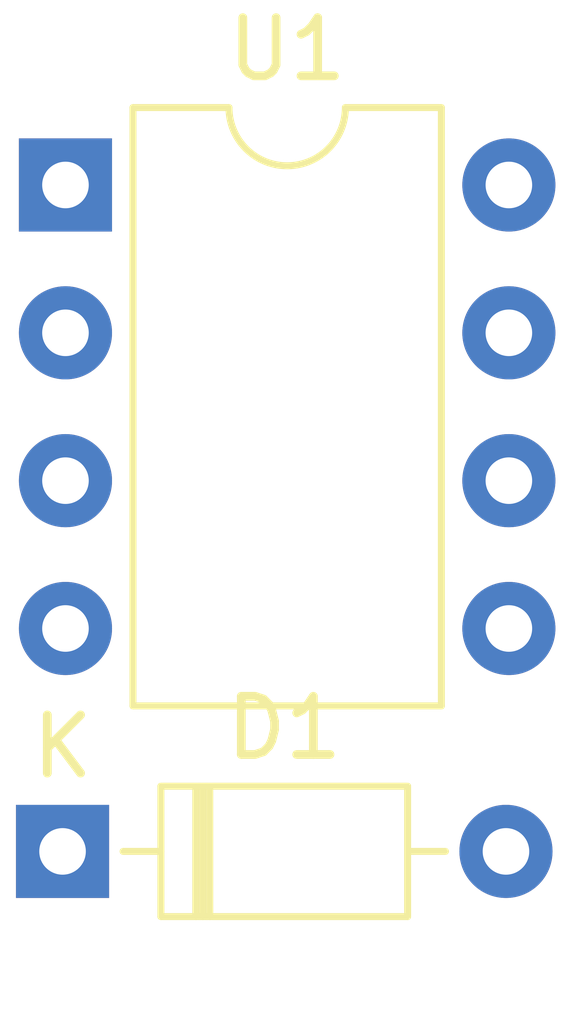
<source format=kicad_pcb>
(kicad_pcb (version 20221018) (generator pcbnew)
  (layers (0 "F.Cu" signal) (31 "B.Cu" signal) (34 "B.Paste" user) (35 "F.Paste" user) (36 "B.SilkS" user "B.Silkscreen") (37 "F.SilkS" user "F.Silkscreen") (38 "B.Mask" user) (39 "F.Mask" user) (44 "Edge.Cuts" user))
  (net 0 "")
  (net 1 "Net-(D1-K)")
  (net 2 "clck")
  (net 3 "GND")
  (net 4 "Net-(Q1-D)")
  (net 5 "vcc")
  (net 6 "Net-(U1-CV)")
  (net 7 "Net-(Q1-S)")
  (footprint "Diode_THT:D_DO-35_SOD27_P7.62mm_Horizontal" (layer "F.Cu") (at 88.9 68.58)
    (fp_text reference "D1" (at 3.81 -2.12) (layer "F.SilkS"))
    (fp_text value "1N4148")
    (fp_text user "K" (at 0 -1.8) (layer "F.SilkS"))
    (fp_line (start 1.04 0) (end 1.69 0) (stroke (width 0.12)) (layer "F.SilkS"))
    (fp_line (start 1.69 -1.12) (end 1.69 1.12) (stroke (width 0.12)) (layer "F.SilkS"))
    (fp_line (start 1.69 1.12) (end 5.93 1.12) (stroke (width 0.12)) (layer "F.SilkS"))
    (fp_line (start 2.29 -1.12) (end 2.29 1.12) (stroke (width 0.12)) (layer "F.SilkS"))
    (fp_line (start 2.41 -1.12) (end 2.41 1.12) (stroke (width 0.12)) (layer "F.SilkS"))
    (fp_line (start 2.53 -1.12) (end 2.53 1.12) (stroke (width 0.12)) (layer "F.SilkS"))
    (fp_line (start 5.93 -1.12) (end 1.69 -1.12) (stroke (width 0.12)) (layer "F.SilkS"))
    (fp_line (start 5.93 1.12) (end 5.93 -1.12) (stroke (width 0.12)) (layer "F.SilkS"))
    (fp_line (start 6.58 0) (end 5.93 0) (stroke (width 0.12)) (layer "F.SilkS"))
    (pad "1" thru_hole rect (at 0 0) (size 1.6 1.6) (drill 0.8) (layers "*.Cu" "*.Mask") (net 1 "Net-(D1-K)"))
    (pad "2" thru_hole oval (at 7.62 0) (size 1.6 1.6) (drill 0.8) (layers "*.Cu" "*.Mask") (net 2 "clck"))
  )
  (footprint "Package_DIP:DIP-8_W7.62mm" (layer "F.Cu") (at 88.95 57.13)
    (fp_text reference "U1" (at 3.81 -2.33) (layer "F.SilkS"))
    (fp_text value "NE555P")
    (fp_line (start 1.16 -1.33) (end 1.16 8.95) (stroke (width 0.12)) (layer "F.SilkS"))
    (fp_line (start 1.16 8.95) (end 6.46 8.95) (stroke (width 0.12)) (layer "F.SilkS"))
    (fp_line (start 2.81 -1.33) (end 1.16 -1.33) (stroke (width 0.12)) (layer "F.SilkS"))
    (fp_line (start 6.46 -1.33) (end 4.81 -1.33) (stroke (width 0.12)) (layer "F.SilkS"))
    (fp_line (start 6.46 8.95) (end 6.46 -1.33) (stroke (width 0.12)) (layer "F.SilkS"))
    (fp_arc (start 4.81 -1.33) (mid 3.81 -0.33) (end 2.81 -1.33) (stroke (width 0.12)) (layer "F.SilkS"))
    (pad "1" thru_hole rect (at 0 0) (size 1.6 1.6) (drill 0.8) (layers "*.Cu" "*.Mask") (net 3 "GND"))
    (pad "2" thru_hole oval (at 0 2.54) (size 1.6 1.6) (drill 0.8) (layers "*.Cu" "*.Mask") (net 4 "Net-(Q1-D)"))
    (pad "3" thru_hole oval (at 0 5.08) (size 1.6 1.6) (drill 0.8) (layers "*.Cu" "*.Mask") (net 2 "clck"))
    (pad "4" thru_hole oval (at 0 7.62) (size 1.6 1.6) (drill 0.8) (layers "*.Cu" "*.Mask") (net 5 "vcc"))
    (pad "5" thru_hole oval (at 7.62 7.62) (size 1.6 1.6) (drill 0.8) (layers "*.Cu" "*.Mask") (net 6 "Net-(U1-CV)"))
    (pad "6" thru_hole oval (at 7.62 5.08) (size 1.6 1.6) (drill 0.8) (layers "*.Cu" "*.Mask") (net 4 "Net-(Q1-D)"))
    (pad "7" thru_hole oval (at 7.62 2.54) (size 1.6 1.6) (drill 0.8) (layers "*.Cu" "*.Mask") (net 7 "Net-(Q1-S)"))
    (pad "8" thru_hole oval (at 7.62 0) (size 1.6 1.6) (drill 0.8) (layers "*.Cu" "*.Mask") (net 5 "vcc"))
  )
)
</source>
